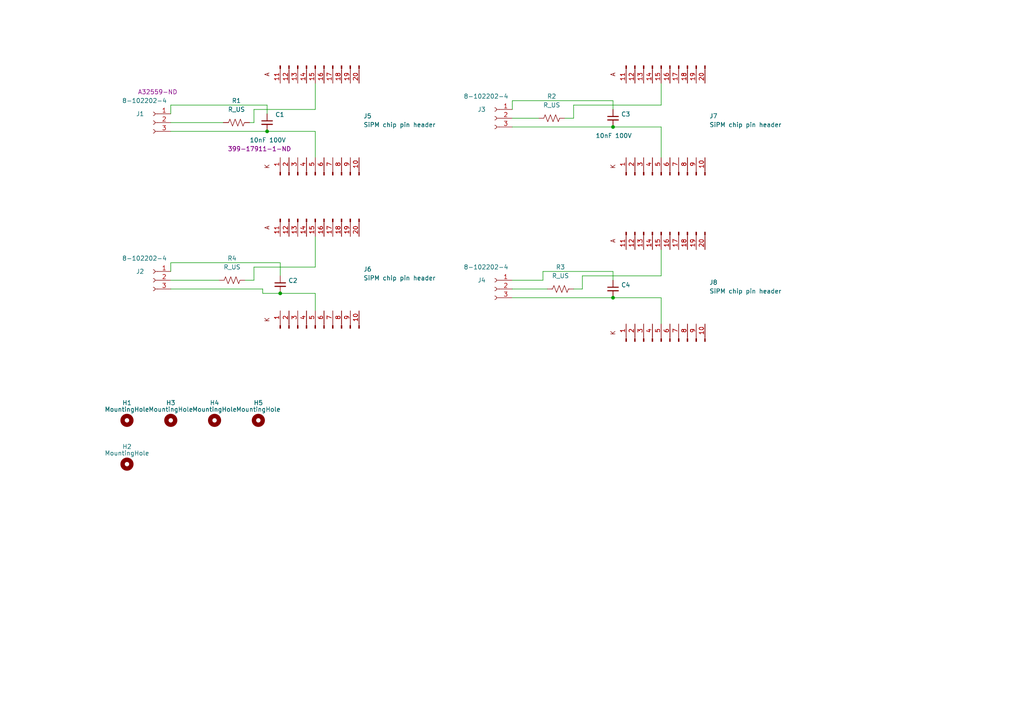
<source format=kicad_sch>
(kicad_sch (version 20230121) (generator eeschema)
  (paper "A4")
  (title_block (title "DarkQuest Quad SiPM Motherboard") (rev "6.1") (comment 1 "Accepts chip carrier with SiPM") (comment 2 "Pins go on motherboard and sockets go on chip carrier") (comment 3 "Rev 6.1 has pad for a 20 dB attenuator"))
  (lib_symbols
    (symbol "Connector:Conn_01x03_Female" (pin_names (offset 1.016) hide)
      (property "Reference" "J" (at 0 5.08 0))
      (property "Value" "Conn_01x03_Female" (at 0 -5.08 0))
      (symbol "Conn_01x03_Female_1_1"
        (arc (start 0 -2.032) (mid -0.5058 -2.54) (end 0 -3.048) (stroke (width 0.1524)))
        (polyline (pts (xy -1.27 -2.54) (xy -0.508 -2.54)) (stroke (width 0.1524)))
        (polyline (pts (xy -1.27 0) (xy -0.508 0)) (stroke (width 0.1524)))
        (polyline (pts (xy -1.27 2.54) (xy -0.508 2.54)) (stroke (width 0.1524)))
        (arc (start 0 0.508) (mid -0.5058 0) (end 0 -0.508) (stroke (width 0.1524)))
        (arc (start 0 3.048) (mid -0.5058 2.54) (end 0 2.032) (stroke (width 0.1524)))
        (pin passive line (at -5.08 2.54 0) (length 3.81) (name "Pin_1") (number "1"))
        (pin passive line (at -5.08 0 0) (length 3.81) (name "Pin_2") (number "2"))
        (pin passive line (at -5.08 -2.54 0) (length 3.81) (name "Pin_3") (number "3"))
      )
    )
    (symbol "Connector:sipm_chip_carrier_pin_header" (pin_names (offset 1.016) hide)
      (property "Reference" "J" (at -16.51 12.7 0))
      (property "Value" "SiPM chip pin header" (at 0 -16.51 0))
      (symbol "sipm_chip_carrier_pin_header_1_1"
        (rectangle (start -15.6464 -12.573) (end -16.51 -12.827) (stroke (width 0.1524)) (fill (type outline)))
        (rectangle (start -15.6464 -10.033) (end -16.51 -10.287) (stroke (width 0.1524)) (fill (type outline)))
        (rectangle (start -15.6464 -7.493) (end -16.51 -7.747) (stroke (width 0.1524)) (fill (type outline)))
        (rectangle (start -15.6464 -4.953) (end -16.51 -5.207) (stroke (width 0.1524)) (fill (type outline)))
        (rectangle (start -15.6464 -2.413) (end -16.51 -2.667) (stroke (width 0.1524)) (fill (type outline)))
        (rectangle (start -15.6464 0.127) (end -16.51 -0.127) (stroke (width 0.1524)) (fill (type outline)))
        (rectangle (start -15.6464 2.667) (end -16.51 2.413) (stroke (width 0.1524)) (fill (type outline)))
        (rectangle (start -15.6464 5.207) (end -16.51 4.953) (stroke (width 0.1524)) (fill (type outline)))
        (rectangle (start -15.6464 7.747) (end -16.51 7.493) (stroke (width 0.1524)) (fill (type outline)))
        (rectangle (start -15.6464 10.287) (end -16.51 10.033) (stroke (width 0.1524)) (fill (type outline)))
        (polyline (pts (xy -15.24 -12.7) (xy -15.6464 -12.7)) (stroke (width 0.1524)))
        (polyline (pts (xy -15.24 -10.16) (xy -15.6464 -10.16)) (stroke (width 0.1524)))
        (polyline (pts (xy -15.24 -7.62) (xy -15.6464 -7.62)) (stroke (width 0.1524)))
        (polyline (pts (xy -15.24 -5.08) (xy -15.6464 -5.08)) (stroke (width 0.1524)))
        (polyline (pts (xy -15.24 -2.54) (xy -15.6464 -2.54)) (stroke (width 0.1524)))
        (polyline (pts (xy -15.24 0) (xy -15.6464 0)) (stroke (width 0.1524)))
        (polyline (pts (xy -15.24 2.54) (xy -15.6464 2.54)) (stroke (width 0.1524)))
        (polyline (pts (xy -15.24 5.08) (xy -15.6464 5.08)) (stroke (width 0.1524)))
        (polyline (pts (xy -15.24 7.62) (xy -15.6464 7.62)) (stroke (width 0.1524)))
        (polyline (pts (xy -15.24 10.16) (xy -15.6464 10.16)) (stroke (width 0.1524)))
        (polyline (pts (xy 13.97 -12.7) (xy 14.3764 -12.7)) (stroke (width 0.1524)))
        (polyline (pts (xy 13.97 -10.16) (xy 14.3764 -10.16)) (stroke (width 0.1524)))
        (polyline (pts (xy 13.97 -7.62) (xy 14.3764 -7.62)) (stroke (width 0.1524)))
        (polyline (pts (xy 13.97 -5.08) (xy 14.3764 -5.08)) (stroke (width 0.1524)))
        (polyline (pts (xy 13.97 -2.54) (xy 14.3764 -2.54)) (stroke (width 0.1524)))
        (polyline (pts (xy 13.97 0) (xy 14.3764 0)) (stroke (width 0.1524)))
        (polyline (pts (xy 13.97 2.54) (xy 14.3764 2.54)) (stroke (width 0.1524)))
        (polyline (pts (xy 13.97 5.08) (xy 14.3764 5.08)) (stroke (width 0.1524)))
        (polyline (pts (xy 13.97 7.62) (xy 14.3764 7.62)) (stroke (width 0.1524)))
        (polyline (pts (xy 13.97 10.16) (xy 14.3764 10.16)) (stroke (width 0.1524)))
        (rectangle (start 15.24 -12.827) (end 14.3764 -12.573) (stroke (width 0.1524)) (fill (type outline)))
        (rectangle (start 15.24 -10.287) (end 14.3764 -10.033) (stroke (width 0.1524)) (fill (type outline)))
        (rectangle (start 15.24 -7.747) (end 14.3764 -7.493) (stroke (width 0.1524)) (fill (type outline)))
        (rectangle (start 15.24 -5.207) (end 14.3764 -4.953) (stroke (width 0.1524)) (fill (type outline)))
        (rectangle (start 15.24 -2.667) (end 14.3764 -2.413) (stroke (width 0.1524)) (fill (type outline)))
        (rectangle (start 15.24 -0.127) (end 14.3764 0.127) (stroke (width 0.1524)) (fill (type outline)))
        (rectangle (start 15.24 2.413) (end 14.3764 2.667) (stroke (width 0.1524)) (fill (type outline)))
        (rectangle (start 15.24 4.953) (end 14.3764 5.207) (stroke (width 0.1524)) (fill (type outline)))
        (rectangle (start 15.24 7.493) (end 14.3764 7.747) (stroke (width 0.1524)) (fill (type outline)))
        (rectangle (start 15.24 10.033) (end 14.3764 10.287) (stroke (width 0.1524)) (fill (type outline)))
        (text "A" (at 12.7 13.97 0) (effects (font (size 1.27 1.27))))
        (text "K" (at -13.97 13.97 0) (effects (font (size 1.27 1.27))))
        (pin passive line (at -11.43 10.16 180) (length 3.81) (name "Pin_1") (number "1"))
        (pin passive line (at -11.43 -12.7 180) (length 3.81) (name "Pin_10") (number "10"))
        (pin passive line (at 10.16 10.16 0) (length 3.81) (name "Pin_1") (number "11"))
        (pin passive line (at 10.16 7.62 0) (length 3.81) (name "Pin_2") (number "12"))
        (pin passive line (at 10.16 5.08 0) (length 3.81) (name "Pin_3") (number "13"))
        (pin passive line (at 10.16 2.54 0) (length 3.81) (name "Pin_4") (number "14"))
        (pin passive line (at 10.16 0 0) (length 3.81) (name "Pin_5") (number "15"))
        (pin passive line (at 10.16 -2.54 0) (length 3.81) (name "Pin_6") (number "16"))
        (pin passive line (at 10.16 -5.08 0) (length 3.81) (name "Pin_7") (number "17"))
        (pin passive line (at 10.16 -7.62 0) (length 3.81) (name "Pin_8") (number "18"))
        (pin passive line (at 10.16 -10.16 0) (length 3.81) (name "Pin_9") (number "19"))
        (pin passive line (at -11.43 7.62 180) (length 3.81) (name "Pin_2") (number "2"))
        (pin passive line (at 10.16 -12.7 0) (length 3.81) (name "Pin_10") (number "20"))
        (pin passive line (at -11.43 5.08 180) (length 3.81) (name "Pin_3") (number "3"))
        (pin passive line (at -11.43 2.54 180) (length 3.81) (name "Pin_4") (number "4"))
        (pin passive line (at -11.43 0 180) (length 3.81) (name "Pin_5") (number "5"))
        (pin passive line (at -11.43 -2.54 180) (length 3.81) (name "Pin_6") (number "6"))
        (pin passive line (at -11.43 -5.08 180) (length 3.81) (name "Pin_7") (number "7"))
        (pin passive line (at -11.43 -7.62 180) (length 3.81) (name "Pin_8") (number "8"))
        (pin passive line (at -11.43 -10.16 180) (length 3.81) (name "Pin_9") (number "9"))
      )
    )
    (symbol "Device:C_Small" (pin_numbers hide) (pin_names (offset 0.254) hide)
      (property "Reference" "C" (at 0.254 1.778 0))
      (property "Value" "C_Small" (at 0.254 -2.032 0))
      (symbol "C_Small_0_1"
        (polyline (pts (xy -1.524 -0.508) (xy 1.524 -0.508)) (stroke (width 0.3302)))
        (polyline (pts (xy -1.524 0.508) (xy 1.524 0.508)) (stroke (width 0.3048)))
      )
      (symbol "C_Small_1_1"
        (pin passive line (at 0 2.54 270) (length 2.032) (name "~") (number "1"))
        (pin passive line (at 0 -2.54 90) (length 2.032) (name "~") (number "2"))
      )
    )
    (symbol "Device:R_US" (pin_numbers hide) (pin_names (offset 0))
      (property "Reference" "R" (at 2.54 0 90))
      (property "Value" "R_US" (at -2.54 0 90))
      (symbol "R_US_0_1"
        (polyline (pts (xy 0 -2.286) (xy 0 -2.54)))
        (polyline (pts (xy 0 2.286) (xy 0 2.54)))
        (polyline (pts (xy 0 -0.762) (xy 1.016 -1.143) (xy 0 -1.524) (xy -1.016 -1.905) (xy 0 -2.286)))
        (polyline (pts (xy 0 0.762) (xy 1.016 0.381) (xy 0 0) (xy -1.016 -0.381) (xy 0 -0.762)))
        (polyline (pts (xy 0 2.286) (xy 1.016 1.905) (xy 0 1.524) (xy -1.016 1.143) (xy 0 0.762)))
      )
      (symbol "R_US_1_1"
        (pin passive line (at 0 3.81 270) (length 1.27) (name "~") (number "1"))
        (pin passive line (at 0 -3.81 90) (length 1.27) (name "~") (number "2"))
      )
    )
    (symbol "Mechanical:MountingHole" (pin_names (offset 1.016))
      (property "Reference" "H" (at 0 5.08 0))
      (property "Value" "MountingHole" (at 0 3.175 0))
      (symbol "MountingHole_0_1"
        (circle (center 0 0) (radius 1.27) (stroke (width 1.27)))
      )
    )
  )
  (junction (at 177.8 86.36))
  (junction (at 77.47 38.1))
  (junction (at 81.28 85.09))
  (junction (at 177.8 36.83))
  (wire (pts (xy 148.59 86.36) (xy 177.8 86.36)))
  (wire (pts (xy 157.48 78.74) (xy 177.8 78.74)))
  (wire (pts (xy 73.66 81.28) (xy 73.66 77.47)))
  (wire (pts (xy 168.91 80.01) (xy 191.77 80.01)))
  (wire (pts (xy 81.28 76.2) (xy 81.28 80.01)))
  (wire (pts (xy 168.91 83.82) (xy 168.91 80.01)))
  (wire (pts (xy 49.53 81.28) (xy 63.5 81.28)))
  (wire (pts (xy 148.59 83.82) (xy 158.75 83.82)))
  (wire (pts (xy 73.66 35.56) (xy 73.66 31.75)))
  (wire (pts (xy 49.53 83.82) (xy 76.2 83.82)))
  (wire (pts (xy 72.39 35.56) (xy 73.66 35.56)))
  (wire (pts (xy 91.44 85.09) (xy 81.28 85.09)))
  (wire (pts (xy 49.53 38.1) (xy 77.47 38.1)))
  (wire (pts (xy 177.8 31.75) (xy 177.8 29.21)))
  (wire (pts (xy 76.2 83.82) (xy 76.2 85.09)))
  (wire (pts (xy 77.47 30.48) (xy 77.47 33.02)))
  (wire (pts (xy 91.44 38.1) (xy 77.47 38.1)))
  (wire (pts (xy 49.53 76.2) (xy 81.28 76.2)))
  (wire (pts (xy 191.77 93.98) (xy 191.77 86.36)))
  (wire (pts (xy 148.59 29.21) (xy 177.8 29.21)))
  (wire (pts (xy 148.59 36.83) (xy 177.8 36.83)))
  (wire (pts (xy 91.44 77.47) (xy 91.44 68.58)))
  (wire (pts (xy 91.44 31.75) (xy 91.44 24.13)))
  (wire (pts (xy 191.77 45.72) (xy 191.77 36.83)))
  (wire (pts (xy 163.83 34.29) (xy 166.37 34.29)))
  (wire (pts (xy 157.48 81.28) (xy 157.48 78.74)))
  (wire (pts (xy 166.37 34.29) (xy 166.37 30.48)))
  (wire (pts (xy 91.44 45.72) (xy 91.44 38.1)))
  (wire (pts (xy 148.59 34.29) (xy 156.21 34.29)))
  (wire (pts (xy 91.44 90.17) (xy 91.44 85.09)))
  (wire (pts (xy 73.66 31.75) (xy 91.44 31.75)))
  (wire (pts (xy 49.53 35.56) (xy 64.77 35.56)))
  (wire (pts (xy 148.59 29.21) (xy 148.59 31.75)))
  (wire (pts (xy 49.53 30.48) (xy 77.47 30.48)))
  (wire (pts (xy 71.12 81.28) (xy 73.66 81.28)))
  (wire (pts (xy 191.77 30.48) (xy 191.77 24.13)))
  (wire (pts (xy 49.53 33.02) (xy 49.53 30.48)))
  (wire (pts (xy 73.66 77.47) (xy 91.44 77.47)))
  (wire (pts (xy 166.37 30.48) (xy 191.77 30.48)))
  (wire (pts (xy 191.77 36.83) (xy 177.8 36.83)))
  (wire (pts (xy 76.2 85.09) (xy 81.28 85.09)))
  (wire (pts (xy 177.8 78.74) (xy 177.8 81.28)))
  (wire (pts (xy 166.37 83.82) (xy 168.91 83.82)))
  (wire (pts (xy 49.53 78.74) (xy 49.53 76.2)))
  (wire (pts (xy 191.77 86.36) (xy 177.8 86.36)))
  (wire (pts (xy 148.59 81.28) (xy 157.48 81.28)))
  (wire (pts (xy 191.77 80.01) (xy 191.77 72.39)))
  (symbol (lib_id "Connector:Conn_01x03_Female") (at 44.45 35.56 0) (mirror y) (unit 1)
    (property "Reference" "J1" (at 40.64 33.02 0))
    (property "Value" "8-102202-4" (at 41.91 29.21 0))
    (property "Footprint" "Connector_PinHeader_2.54mm:PinHeader_1x03_P2.54mm_Vertical" (effects hide))
    (property "DigiKey" "A32559-ND" (at 45.72 26.67 0))
  )
  (symbol (lib_id "Device:C_Small") (at 77.47 35.56 0) (unit 1)
    (property "Reference" "C1" (at 79.8068 33.2486 0) (effects (justify left)))
    (property "Value" "10nF 100V" (at 72.39 40.64 0) (effects (justify left)))
    (property "Footprint" "Resistor_SMD:1206_VIS-L" (effects hide))
    (property "DigiKey" "399-17911-1-ND" (at 66.04 43.18 0) (effects (justify left)))
  )
  (symbol (lib_id "Connector:Conn_01x03_Female") (at 143.51 34.29 0) (mirror y) (unit 1)
    (property "Reference" "J3" (at 139.7 31.75 0))
    (property "Value" "8-102202-4" (at 140.97 27.94 0))
    (property "Footprint" "Connector_PinHeader_2.54mm:PinHeader_1x03_P2.54mm_Vertical" (effects hide))
    (property "DigiKey" "A32559-ND" (effects hide))
  )
  (symbol (lib_id "Device:C_Small") (at 177.8 34.29 0) (unit 1)
    (property "Reference" "C3" (at 180.1368 33.1216 0) (effects (justify left)))
    (property "Value" "10nF 100V" (at 172.72 39.37 0) (effects (justify left)))
    (property "Footprint" "Capacitor_SMD:C_1206_3216Metric_Pad1.33x1.80mm_HandSolder" (effects hide))
    (property "DigiKey" "399-17911-1-ND" (effects hide))
  )
  (symbol (lib_id "Connector:Conn_01x03_Female") (at 44.45 81.28 0) (mirror y) (unit 1)
    (property "Reference" "J2" (at 40.64 78.74 0))
    (property "Value" "8-102202-4" (at 41.91 74.93 0))
    (property "Footprint" "Connector_PinHeader_2.54mm:PinHeader_1x03_P2.54mm_Vertical" (effects hide))
    (property "DigiKey" "A32559-ND" (effects hide))
  )
  (symbol (lib_id "Device:C_Small") (at 81.28 82.55 0) (unit 1)
    (property "Reference" "C2" (at 83.6168 81.3816 0) (effects (justify left)))
    (property "Value" "10nF 100V" (effects hide))
    (property "Footprint" "Capacitor_SMD:C_1206_3216Metric_Pad1.33x1.80mm_HandSolder" (effects hide))
    (property "DigiKey" "399-17911-1-ND" (effects hide))
  )
  (symbol (lib_id "Connector:Conn_01x03_Female") (at 143.51 83.82 0) (mirror y) (unit 1)
    (property "Reference" "J4" (at 139.7 81.28 0))
    (property "Value" "8-102202-4" (at 140.97 77.47 0))
    (property "Footprint" "Connector_PinHeader_2.54mm:PinHeader_1x03_P2.54mm_Vertical" (effects hide))
    (property "DigiKey" "A32559-ND" (effects hide))
  )
  (symbol (lib_id "Device:C_Small") (at 177.8 83.82 0) (unit 1)
    (property "Reference" "C4" (at 180.1368 82.6516 0) (effects (justify left)))
    (property "Value" "10nF 100V" (effects hide))
    (property "Footprint" "Capacitor_SMD:C_1206_3216Metric_Pad1.33x1.80mm_HandSolder" (effects hide))
    (property "DigiKey" "399-17911-1-ND" (effects hide))
  )
  (symbol (lib_id "Mechanical:MountingHole") (at 36.83 121.92 0) (unit 1)
    (property "Reference" "H1" (at 36.83 116.84 0))
    (property "Value" "MountingHole" (at 36.83 118.745 0))
    (property "Footprint" "quad_sipm:MountingHole_6.4_pad" (effects hide))
  )
  (symbol (lib_id "Mechanical:MountingHole") (at 49.53 121.92 0) (unit 1)
    (property "Reference" "H3" (at 49.53 116.84 0))
    (property "Value" "MountingHole" (at 49.53 118.745 0))
    (property "Footprint" "quad_sipm:MountingHole_6.4_pad" (effects hide))
  )
  (symbol (lib_id "Mechanical:MountingHole") (at 62.23 121.92 0) (unit 1)
    (property "Reference" "H4" (at 62.23 116.84 0))
    (property "Value" "MountingHole" (at 62.23 118.745 0))
    (property "Footprint" "quad_sipm:MountingHole_6.4_pad" (effects hide))
  )
  (symbol (lib_id "Mechanical:MountingHole") (at 74.93 121.92 0) (unit 1)
    (property "Reference" "H5" (at 74.93 116.84 0))
    (property "Value" "MountingHole" (at 74.93 118.745 0))
    (property "Footprint" "quad_sipm:MountingHole_6.4_pad" (effects hide))
  )
  (symbol (lib_id "Mechanical:MountingHole") (at 36.83 134.62 0) (unit 1)
    (property "Reference" "H2" (at 36.83 129.54 0))
    (property "Value" "MountingHole" (at 36.83 131.445 0))
    (property "Footprint" "quad_sipm:MountingHole_8.4mm_M8_Pad" (effects hide))
  )
  (symbol (lib_id "Connector:sipm_chip_carrier_pin_header") (at 191.77 82.55 90) (unit 1)
    (property "Reference" "J8" (at 205.74 81.915 90) (effects (justify right)))
    (property "Value" "SiPM chip pin header" (at 205.74 84.455 90) (effects (justify right)))
    (property "Footprint" "Connector_PinHeader_2.54mm:chip_carrier_pin_header" (effects hide))
  )
  (symbol (lib_id "Device:R_US") (at 160.02 34.29 90) (unit 1)
    (property "Reference" "R2" (at 160.02 27.94 90))
    (property "Value" "R_US" (at 160.02 30.48 90))
    (property "Footprint" "Resistor_SMD:1206_VIS-L" (effects hide))
  )
  (symbol (lib_id "Connector:sipm_chip_carrier_pin_header") (at 91.44 78.74 90) (unit 1)
    (property "Reference" "J6" (at 105.41 78.105 90) (effects (justify right)))
    (property "Value" "SiPM chip pin header" (at 105.41 80.645 90) (effects (justify right)))
    (property "Footprint" "Connector_PinHeader_2.54mm:chip_carrier_pin_header" (effects hide))
  )
  (symbol (lib_id "Device:R_US") (at 162.56 83.82 90) (unit 1)
    (property "Reference" "R3" (at 162.56 77.47 90))
    (property "Value" "R_US" (at 162.56 80.01 90))
    (property "Footprint" "Resistor_SMD:1206_VIS-L" (effects hide))
  )
  (symbol (lib_id "Device:R_US") (at 68.58 35.56 90) (unit 1)
    (property "Reference" "R1" (at 68.58 29.21 90))
    (property "Value" "R_US" (at 68.58 31.75 90))
    (property "Footprint" "Resistor_SMD:1206_VIS-L" (effects hide))
  )
  (symbol (lib_id "Connector:sipm_chip_carrier_pin_header") (at 191.77 34.29 90) (unit 1)
    (property "Reference" "J7" (at 205.74 33.655 90) (effects (justify right)))
    (property "Value" "SiPM chip pin header" (at 205.74 36.195 90) (effects (justify right)))
    (property "Footprint" "Connector_PinHeader_2.54mm:chip_carrier_pin_header" (effects hide))
  )
  (symbol (lib_id "Connector:sipm_chip_carrier_pin_header") (at 91.44 34.29 90) (unit 1)
    (property "Reference" "J5" (at 105.41 33.655 90) (effects (justify right)))
    (property "Value" "SiPM chip pin header" (at 105.41 36.195 90) (effects (justify right)))
    (property "Footprint" "Connector_PinHeader_2.54mm:chip_carrier_pin_header" (effects hide))
  )
  (symbol (lib_id "Device:R_US") (at 67.31 81.28 90) (unit 1)
    (property "Reference" "R4" (at 67.31 74.93 90))
    (property "Value" "R_US" (at 67.31 77.47 90))
    (property "Footprint" "Resistor_SMD:1206_VIS-L" (effects hide))
  )
)
</source>
